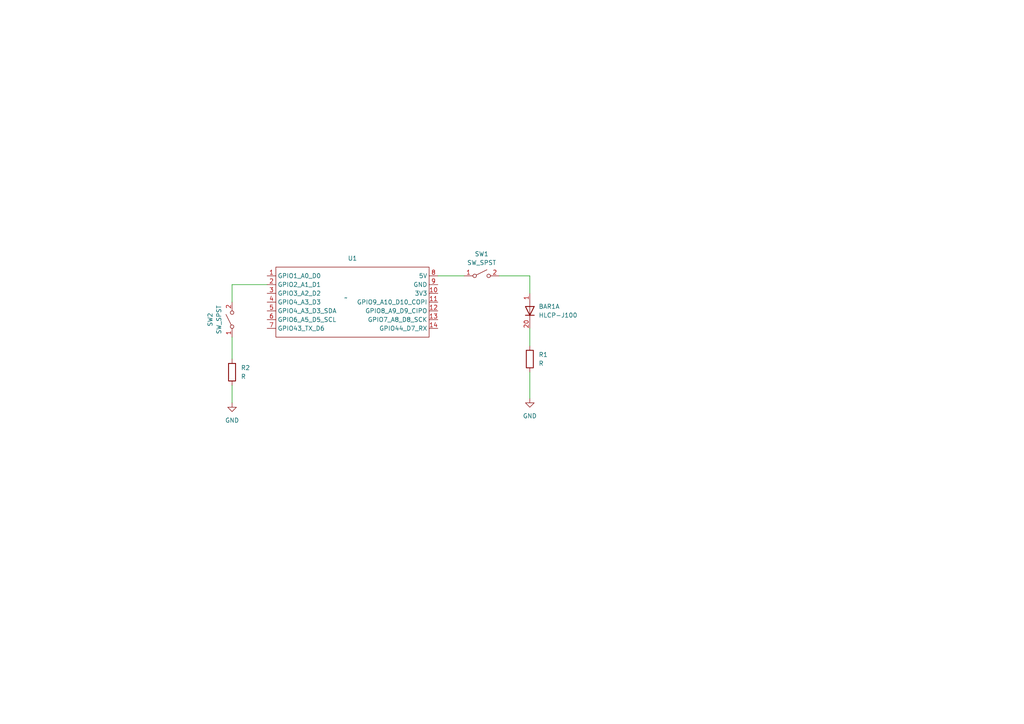
<source format=kicad_sch>
(kicad_sch (version 20230121) (generator eeschema)
  (paper "A4")
  (lib_symbols
    (symbol "514_KiCAD_DEMO:XIAO_ESP32_SENSE"
      (property "Reference" "U" (at 0 0 0))
      (symbol "XIAO_ESP32_SENSE_0_1"
        (polyline (pts (xy -20.32 8.89) (xy -20.32 -11.43) (xy 24.13 -11.43) (xy 24.13 8.89) (xy -20.32 8.89)))
      )
      (symbol "XIAO_ESP32_SENSE_1_1"
        (pin bidirectional line (at -22.86 6.35 0) (length 2.54) (name "GPIO1_A0_D0") (number "1"))
        (pin bidirectional line (at 26.67 1.27 180) (length 2.54) (name "3V3") (number "10"))
        (pin bidirectional line (at 26.67 -1.27 180) (length 2.54) (name "GPIO9_A10_D10_COPI") (number "11"))
        (pin bidirectional line (at 26.67 -3.81 180) (length 2.54) (name "GPIO8_A9_D9_CIPO") (number "12"))
        (pin bidirectional line (at 26.67 -6.35 180) (length 2.54) (name "GPIO7_A8_D8_SCK") (number "13"))
        (pin bidirectional line (at 26.67 -8.89 180) (length 2.54) (name "GPIO44_D7_RX") (number "14"))
        (pin bidirectional line (at -22.86 3.81 0) (length 2.54) (name "GPIO2_A1_D1") (number "2"))
        (pin bidirectional line (at -22.86 1.27 0) (length 2.54) (name "GPIO3_A2_D2") (number "3"))
        (pin bidirectional line (at -22.86 -1.27 0) (length 2.54) (name "GPIO4_A3_D3") (number "4"))
        (pin bidirectional line (at -22.86 -3.81 0) (length 2.54) (name "GPIO4_A3_D3_SDA") (number "5"))
        (pin bidirectional line (at -22.86 -6.35 0) (length 2.54) (name "GPIO6_A5_D5_SCL") (number "6"))
        (pin bidirectional line (at -22.86 -8.89 0) (length 2.54) (name "GPIO43_TX_D6") (number "7"))
        (pin bidirectional line (at 26.67 6.35 180) (length 2.54) (name "5V") (number "8"))
        (pin bidirectional line (at 26.67 3.81 180) (length 2.54) (name "GND") (number "9"))
      )
    )
    (symbol "Device:R" (pin_numbers hide) (pin_names (offset 0))
      (property "Reference" "R" (at 2.032 0 90))
      (property "Value" "R" (at 0 0 90))
      (symbol "R_0_1"
        (rectangle (start -1.016 -2.54) (end 1.016 2.54) (stroke (width 0.254)))
      )
      (symbol "R_1_1"
        (pin passive line (at 0 3.81 270) (length 1.27) (name "~") (number "1"))
        (pin passive line (at 0 -3.81 90) (length 1.27) (name "~") (number "2"))
      )
    )
    (symbol "LED:HLCP-J100" (pin_names (offset 1.016) hide)
      (property "Reference" "BAR" (at 0 3.81 0))
      (property "Value" "HLCP-J100" (at 0 -3.81 0))
      (symbol "HLCP-J100_0_1"
        (polyline (pts (xy -2.54 0) (xy 2.54 0)))
        (polyline (pts (xy 1.27 -1.27) (xy 1.27 1.27)) (stroke (width 0.254)))
        (polyline (pts (xy -1.27 1.27) (xy -1.27 -1.27) (xy 1.27 0) (xy -1.27 1.27)) (stroke (width 0.254)))
      )
      (symbol "HLCP-J100_1_1"
        (pin passive line (at -5.08 0 0) (length 2.54) (name "A") (number "1"))
        (pin passive line (at 5.08 0 180) (length 2.54) (name "K") (number "20"))
      )
      (symbol "HLCP-J100_2_1"
        (pin passive line (at 5.08 0 180) (length 2.54) (name "K") (number "19"))
        (pin passive line (at -5.08 0 0) (length 2.54) (name "A") (number "2"))
      )
      (symbol "HLCP-J100_3_1"
        (pin passive line (at 5.08 0 180) (length 2.54) (name "K") (number "18"))
        (pin passive line (at -5.08 0 0) (length 2.54) (name "A") (number "3"))
      )
      (symbol "HLCP-J100_4_1"
        (pin passive line (at 5.08 0 180) (length 2.54) (name "K") (number "17"))
        (pin passive line (at -5.08 0 0) (length 2.54) (name "A") (number "4"))
      )
      (symbol "HLCP-J100_5_1"
        (pin passive line (at 5.08 0 180) (length 2.54) (name "K") (number "16"))
        (pin passive line (at -5.08 0 0) (length 2.54) (name "A") (number "5"))
      )
      (symbol "HLCP-J100_6_1"
        (pin passive line (at 5.08 0 180) (length 2.54) (name "K") (number "15"))
        (pin passive line (at -5.08 0 0) (length 2.54) (name "A") (number "6"))
      )
      (symbol "HLCP-J100_7_1"
        (pin passive line (at 5.08 0 180) (length 2.54) (name "K") (number "14"))
        (pin passive line (at -5.08 0 0) (length 2.54) (name "A") (number "7"))
      )
      (symbol "HLCP-J100_8_1"
        (pin passive line (at 5.08 0 180) (length 2.54) (name "K") (number "13"))
        (pin passive line (at -5.08 0 0) (length 2.54) (name "A") (number "8"))
      )
      (symbol "HLCP-J100_9_1"
        (pin passive line (at 5.08 0 180) (length 2.54) (name "K") (number "12"))
        (pin passive line (at -5.08 0 0) (length 2.54) (name "A") (number "9"))
      )
      (symbol "HLCP-J100_10_1"
        (pin passive line (at -5.08 0 0) (length 2.54) (name "A") (number "10"))
        (pin passive line (at 5.08 0 180) (length 2.54) (name "K") (number "11"))
      )
    )
    (symbol "Switch:SW_SPST" (pin_names (offset 0) hide)
      (property "Reference" "SW" (at 0 3.175 0))
      (property "Value" "SW_SPST" (at 0 -2.54 0))
      (symbol "SW_SPST_0_0"
        (circle (center -2.032 0) (radius 0.508))
        (polyline (pts (xy -1.524 0.254) (xy 1.524 1.778)))
        (circle (center 2.032 0) (radius 0.508))
      )
      (symbol "SW_SPST_1_1"
        (pin passive line (at -5.08 0 0) (length 2.54) (name "A") (number "1"))
        (pin passive line (at 5.08 0 180) (length 2.54) (name "B") (number "2"))
      )
    )
    (symbol "power:GND" (power) (pin_names (offset 0))
      (property "Value" "GND" (at 0 -3.81 0))
      (symbol "GND_0_1"
        (polyline (pts (xy 0 0) (xy 0 -1.27) (xy 1.27 -1.27) (xy 0 -2.54) (xy -1.27 -1.27) (xy 0 -1.27)))
      )
      (symbol "GND_1_1"
        (pin power_in line (at 0 0 270) (length 0) hide (name "GND") (number "1"))
      )
    )
  )
  (wire (pts (xy 67.31 97.79) (xy 67.31 104.14)))
  (wire (pts (xy 153.67 107.95) (xy 153.67 115.57)))
  (wire (pts (xy 67.31 111.76) (xy 67.31 116.84)))
  (wire (pts (xy 67.31 87.63) (xy 67.31 82.55)))
  (wire (pts (xy 153.67 80.01) (xy 144.78 80.01)))
  (wire (pts (xy 67.31 82.55) (xy 77.47 82.55)))
  (wire (pts (xy 153.67 95.25) (xy 153.67 100.33)))
  (wire (pts (xy 153.67 85.09) (xy 153.67 80.01)))
  (wire (pts (xy 134.62 80.01) (xy 127 80.01)))
  (symbol (lib_id "power:GND") (at 153.67 115.57 0) (unit 1)
    (property "Reference" "#PWR01" (effects hide))
    (property "Value" "GND" (at 153.67 120.65 0))
  )
  (symbol (lib_id "Switch:SW_SPST") (at 67.31 92.71 90) (unit 1)
    (property "Reference" "SW2" (at 60.96 92.71 0))
    (property "Value" "SW_SPST" (at 63.5 92.71 0))
  )
  (symbol (lib_id "LED:HLCP-J100") (at 153.67 90.17 270) (unit 1)
    (property "Reference" "BAR1" (at 156.21 88.9 90) (effects (justify left)))
    (property "Value" "HLCP-J100" (at 156.21 91.44 90) (effects (justify left)))
    (property "Footprint" "Display:HLCP-J100" (effects hide))
    (property "Datasheet" "https://docs.broadcom.com/docs/AV02-1798EN" (effects hide))
  )
  (symbol (lib_id "power:GND") (at 67.31 116.84 0) (unit 1)
    (property "Reference" "#PWR02" (effects hide))
    (property "Value" "GND" (at 67.31 121.92 0))
  )
  (symbol (lib_id "Device:R") (at 67.31 107.95 0) (unit 1)
    (property "Reference" "R2" (at 69.85 106.68 0) (effects (justify left)))
    (property "Value" "R" (at 69.85 109.22 0) (effects (justify left)))
  )
  (symbol (lib_id "Device:R") (at 153.67 104.14 0) (unit 1)
    (property "Reference" "R1" (at 156.21 102.87 0) (effects (justify left)))
    (property "Value" "R" (at 156.21 105.41 0) (effects (justify left)))
  )
  (symbol (lib_id "Switch:SW_SPST") (at 139.7 80.01 0) (unit 1)
    (property "Reference" "SW1" (at 139.7 73.66 0))
    (property "Value" "SW_SPST" (at 139.7 76.2 0))
  )
  (symbol (lib_id "514_KiCAD_DEMO:XIAO_ESP32_SENSE") (at 100.33 86.36 0) (unit 1)
    (property "Reference" "U1" (at 102.235 74.93 0))
    (property "Value" "~" (at 100.33 86.36 0))
  )
)
</source>
